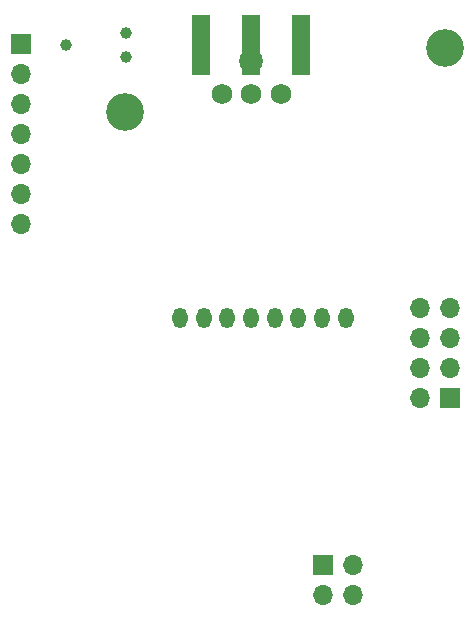
<source format=gbs>
G04 #@! TF.GenerationSoftware,KiCad,Pcbnew,7.0.7*
G04 #@! TF.CreationDate,2023-09-22T23:03:23+02:00*
G04 #@! TF.ProjectId,ithowifi_4l,6974686f-7769-4666-995f-346c2e6b6963,rev?*
G04 #@! TF.SameCoordinates,Original*
G04 #@! TF.FileFunction,Soldermask,Bot*
G04 #@! TF.FilePolarity,Negative*
%FSLAX46Y46*%
G04 Gerber Fmt 4.6, Leading zero omitted, Abs format (unit mm)*
G04 Created by KiCad (PCBNEW 7.0.7) date 2023-09-22 23:03:23*
%MOMM*%
%LPD*%
G01*
G04 APERTURE LIST*
%ADD10R,1.700000X1.700000*%
%ADD11O,1.700000X1.700000*%
%ADD12C,3.200000*%
%ADD13C,0.990600*%
%ADD14C,2.000000*%
%ADD15R,1.500000X5.080000*%
%ADD16O,1.300000X1.750000*%
%ADD17C,1.750000*%
G04 APERTURE END LIST*
D10*
X85725000Y-107797600D03*
D11*
X85725000Y-110337600D03*
X85725000Y-112877600D03*
X85725000Y-115417600D03*
X85725000Y-117957600D03*
X85725000Y-120497600D03*
X85725000Y-123037600D03*
D12*
X94488000Y-113538000D03*
D10*
X111292000Y-151928000D03*
D11*
X113832000Y-151928000D03*
X111292000Y-154468000D03*
X113832000Y-154468000D03*
D13*
X94576000Y-108917400D03*
X89496000Y-107901400D03*
X94576000Y-106885400D03*
D14*
X105182180Y-109251460D03*
D12*
X121630000Y-108120000D03*
D10*
X122047000Y-137795000D03*
D11*
X119507000Y-137795000D03*
X122047000Y-135255000D03*
X119507000Y-135255000D03*
X122047000Y-132715000D03*
X119507000Y-132715000D03*
X122047000Y-130175000D03*
X119507000Y-130175000D03*
D15*
X105181400Y-107848400D03*
X100931400Y-107848400D03*
X109431400Y-107848400D03*
D16*
X113172000Y-131039000D03*
X111172000Y-131039000D03*
X109172000Y-131039000D03*
X107172000Y-131039000D03*
X105172000Y-131039000D03*
X103172000Y-131039000D03*
X101172000Y-131039000D03*
X99172000Y-131039000D03*
D17*
X102672000Y-112039000D03*
X105172000Y-112039000D03*
X107672000Y-112039000D03*
M02*

</source>
